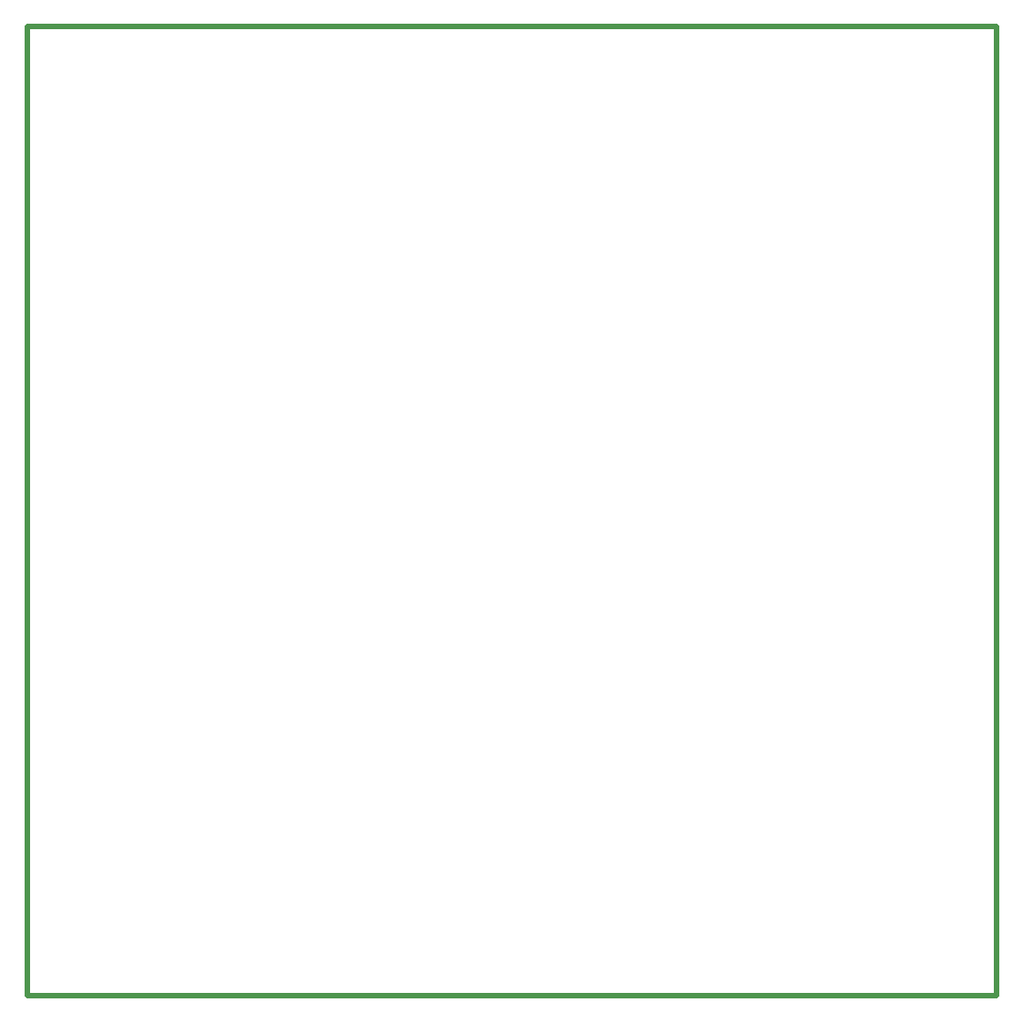
<source format=gbr>
%TF.GenerationSoftware,KiCad,Pcbnew,7.0.7*%
%TF.CreationDate,2023-11-09T15:51:25-05:00*%
%TF.ProjectId,CubeSatPower,43756265-5361-4745-906f-7765722e6b69,rev?*%
%TF.SameCoordinates,Original*%
%TF.FileFunction,Paste,Top*%
%TF.FilePolarity,Positive*%
%FSLAX46Y46*%
G04 Gerber Fmt 4.6, Leading zero omitted, Abs format (unit mm)*
G04 Created by KiCad (PCBNEW 7.0.7) date 2023-11-09 15:51:25*
%MOMM*%
%LPD*%
G01*
G04 APERTURE LIST*
%TA.AperFunction,Profile*%
%ADD10C,0.500000*%
%TD*%
G04 APERTURE END LIST*
D10*
X50000000Y-25000000D02*
X140000000Y-25000000D01*
X140000000Y-115000000D01*
X50000000Y-115000000D01*
X50000000Y-25000000D01*
M02*

</source>
